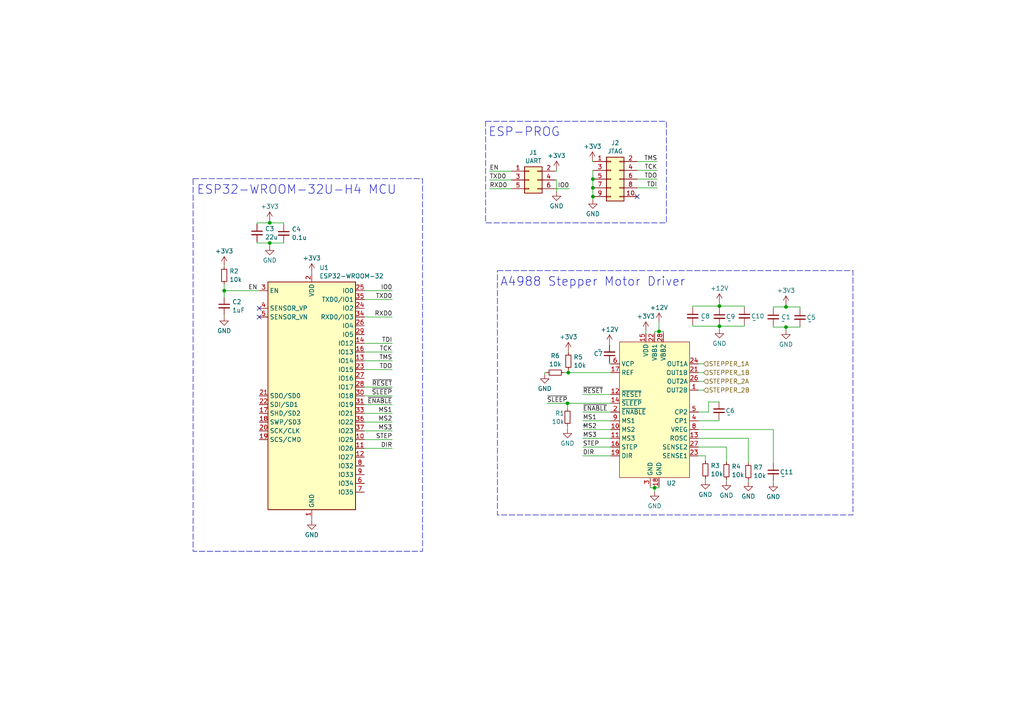
<source format=kicad_sch>
(kicad_sch (version 20230121) (generator eeschema)
  (paper "A4")
  (lib_symbols
    (symbol "Connector_Generic:Conn_02x03_Odd_Even" (pin_names (offset 1.016) hide)
      (property "Reference" "J" (at 1.27 5.08 0))
      (property "Value" "Conn_02x03_Odd_Even" (at 1.27 -5.08 0))
      (symbol "Conn_02x03_Odd_Even_1_1"
        (rectangle (start -1.27 -2.413) (end 0 -2.667) (stroke (width 0.1524)))
        (rectangle (start -1.27 0.127) (end 0 -0.127) (stroke (width 0.1524)))
        (rectangle (start -1.27 2.667) (end 0 2.413) (stroke (width 0.1524)))
        (rectangle (start -1.27 3.81) (end 3.81 -3.81) (stroke (width 0.254)) (fill (type background)))
        (rectangle (start 3.81 -2.413) (end 2.54 -2.667) (stroke (width 0.1524)))
        (rectangle (start 3.81 0.127) (end 2.54 -0.127) (stroke (width 0.1524)))
        (rectangle (start 3.81 2.667) (end 2.54 2.413) (stroke (width 0.1524)))
        (pin passive line (at -5.08 2.54 0) (length 3.81) (name "Pin_1") (number "1"))
        (pin passive line (at 7.62 2.54 180) (length 3.81) (name "Pin_2") (number "2"))
        (pin passive line (at -5.08 0 0) (length 3.81) (name "Pin_3") (number "3"))
        (pin passive line (at 7.62 0 180) (length 3.81) (name "Pin_4") (number "4"))
        (pin passive line (at -5.08 -2.54 0) (length 3.81) (name "Pin_5") (number "5"))
        (pin passive line (at 7.62 -2.54 180) (length 3.81) (name "Pin_6") (number "6"))
      )
    )
    (symbol "Connector_Generic:Conn_02x05_Odd_Even" (pin_names (offset 1.016) hide)
      (property "Reference" "J" (at 1.27 7.62 0))
      (property "Value" "Conn_02x05_Odd_Even" (at 1.27 -7.62 0))
      (symbol "Conn_02x05_Odd_Even_1_1"
        (rectangle (start -1.27 -4.953) (end 0 -5.207) (stroke (width 0.1524)))
        (rectangle (start -1.27 -2.413) (end 0 -2.667) (stroke (width 0.1524)))
        (rectangle (start -1.27 0.127) (end 0 -0.127) (stroke (width 0.1524)))
        (rectangle (start -1.27 2.667) (end 0 2.413) (stroke (width 0.1524)))
        (rectangle (start -1.27 5.207) (end 0 4.953) (stroke (width 0.1524)))
        (rectangle (start -1.27 6.35) (end 3.81 -6.35) (stroke (width 0.254)) (fill (type background)))
        (rectangle (start 3.81 -4.953) (end 2.54 -5.207) (stroke (width 0.1524)))
        (rectangle (start 3.81 -2.413) (end 2.54 -2.667) (stroke (width 0.1524)))
        (rectangle (start 3.81 0.127) (end 2.54 -0.127) (stroke (width 0.1524)))
        (rectangle (start 3.81 2.667) (end 2.54 2.413) (stroke (width 0.1524)))
        (rectangle (start 3.81 5.207) (end 2.54 4.953) (stroke (width 0.1524)))
        (pin passive line (at -5.08 5.08 0) (length 3.81) (name "Pin_1") (number "1"))
        (pin passive line (at 7.62 -5.08 180) (length 3.81) (name "Pin_10") (number "10"))
        (pin passive line (at 7.62 5.08 180) (length 3.81) (name "Pin_2") (number "2"))
        (pin passive line (at -5.08 2.54 0) (length 3.81) (name "Pin_3") (number "3"))
        (pin passive line (at 7.62 2.54 180) (length 3.81) (name "Pin_4") (number "4"))
        (pin passive line (at -5.08 0 0) (length 3.81) (name "Pin_5") (number "5"))
        (pin passive line (at 7.62 0 180) (length 3.81) (name "Pin_6") (number "6"))
        (pin passive line (at -5.08 -2.54 0) (length 3.81) (name "Pin_7") (number "7"))
        (pin passive line (at 7.62 -2.54 180) (length 3.81) (name "Pin_8") (number "8"))
        (pin passive line (at -5.08 -5.08 0) (length 3.81) (name "Pin_9") (number "9"))
      )
    )
    (symbol "Device:C_Small" (pin_numbers hide) (pin_names (offset 0.254) hide)
      (property "Reference" "C" (at 0.254 1.778 0))
      (property "Value" "C_Small" (at 0.254 -2.032 0))
      (symbol "C_Small_0_1"
        (polyline (pts (xy -1.524 -0.508) (xy 1.524 -0.508)) (stroke (width 0.3302)))
        (polyline (pts (xy -1.524 0.508) (xy 1.524 0.508)) (stroke (width 0.3048)))
      )
      (symbol "C_Small_1_1"
        (pin passive line (at 0 2.54 270) (length 2.032) (name "~") (number "1"))
        (pin passive line (at 0 -2.54 90) (length 2.032) (name "~") (number "2"))
      )
    )
    (symbol "Device:R_Small" (pin_numbers hide) (pin_names (offset 0.254) hide)
      (property "Reference" "R" (at 0.762 0.508 0))
      (property "Value" "R_Small" (at 0.762 -1.016 0))
      (symbol "R_Small_0_1"
        (rectangle (start -0.762 1.778) (end 0.762 -1.778) (stroke (width 0.2032)))
      )
      (symbol "R_Small_1_1"
        (pin passive line (at 0 2.54 270) (length 0.762) (name "~") (number "1"))
        (pin passive line (at 0 -2.54 90) (length 0.762) (name "~") (number "2"))
      )
    )
    (symbol "RF_Module:ESP32-WROOM-32"
      (property "Reference" "U" (at -12.7 34.29 0))
      (property "Value" "ESP32-WROOM-32" (at 1.27 34.29 0))
      (symbol "ESP32-WROOM-32_0_1"
        (rectangle (start -12.7 33.02) (end 12.7 -33.02) (stroke (width 0.254)) (fill (type background)))
      )
      (symbol "ESP32-WROOM-32_1_1"
        (pin power_in line (at 0 -35.56 90) (length 2.54) (name "GND") (number "1"))
        (pin bidirectional line (at 15.24 -12.7 180) (length 2.54) (name "IO25") (number "10"))
        (pin bidirectional line (at 15.24 -15.24 180) (length 2.54) (name "IO26") (number "11"))
        (pin bidirectional line (at 15.24 -17.78 180) (length 2.54) (name "IO27") (number "12"))
        (pin bidirectional line (at 15.24 10.16 180) (length 2.54) (name "IO14") (number "13"))
        (pin bidirectional line (at 15.24 15.24 180) (length 2.54) (name "IO12") (number "14"))
        (pin passive line (at 0 -35.56 90) (length 2.54) hide (name "GND") (number "15"))
        (pin bidirectional line (at 15.24 12.7 180) (length 2.54) (name "IO13") (number "16"))
        (pin bidirectional line (at -15.24 -5.08 0) (length 2.54) (name "SHD/SD2") (number "17"))
        (pin bidirectional line (at -15.24 -7.62 0) (length 2.54) (name "SWP/SD3") (number "18"))
        (pin bidirectional line (at -15.24 -12.7 0) (length 2.54) (name "SCS/CMD") (number "19"))
        (pin power_in line (at 0 35.56 270) (length 2.54) (name "VDD") (number "2"))
        (pin bidirectional line (at -15.24 -10.16 0) (length 2.54) (name "SCK/CLK") (number "20"))
        (pin bidirectional line (at -15.24 0 0) (length 2.54) (name "SDO/SD0") (number "21"))
        (pin bidirectional line (at -15.24 -2.54 0) (length 2.54) (name "SDI/SD1") (number "22"))
        (pin bidirectional line (at 15.24 7.62 180) (length 2.54) (name "IO15") (number "23"))
        (pin bidirectional line (at 15.24 25.4 180) (length 2.54) (name "IO2") (number "24"))
        (pin bidirectional line (at 15.24 30.48 180) (length 2.54) (name "IO0") (number "25"))
        (pin bidirectional line (at 15.24 20.32 180) (length 2.54) (name "IO4") (number "26"))
        (pin bidirectional line (at 15.24 5.08 180) (length 2.54) (name "IO16") (number "27"))
        (pin bidirectional line (at 15.24 2.54 180) (length 2.54) (name "IO17") (number "28"))
        (pin bidirectional line (at 15.24 17.78 180) (length 2.54) (name "IO5") (number "29"))
        (pin input line (at -15.24 30.48 0) (length 2.54) (name "EN") (number "3"))
        (pin bidirectional line (at 15.24 0 180) (length 2.54) (name "IO18") (number "30"))
        (pin bidirectional line (at 15.24 -2.54 180) (length 2.54) (name "IO19") (number "31"))
        (pin no_connect line (at -12.7 -27.94 0) (length 2.54) hide (name "NC") (number "32"))
        (pin bidirectional line (at 15.24 -5.08 180) (length 2.54) (name "IO21") (number "33"))
        (pin bidirectional line (at 15.24 22.86 180) (length 2.54) (name "RXD0/IO3") (number "34"))
        (pin bidirectional line (at 15.24 27.94 180) (length 2.54) (name "TXD0/IO1") (number "35"))
        (pin bidirectional line (at 15.24 -7.62 180) (length 2.54) (name "IO22") (number "36"))
        (pin bidirectional line (at 15.24 -10.16 180) (length 2.54) (name "IO23") (number "37"))
        (pin passive line (at 0 -35.56 90) (length 2.54) hide (name "GND") (number "38"))
        (pin passive line (at 0 -35.56 90) (length 2.54) hide (name "GND") (number "39"))
        (pin input line (at -15.24 25.4 0) (length 2.54) (name "SENSOR_VP") (number "4"))
        (pin input line (at -15.24 22.86 0) (length 2.54) (name "SENSOR_VN") (number "5"))
        (pin input line (at 15.24 -25.4 180) (length 2.54) (name "IO34") (number "6"))
        (pin input line (at 15.24 -27.94 180) (length 2.54) (name "IO35") (number "7"))
        (pin bidirectional line (at 15.24 -20.32 180) (length 2.54) (name "IO32") (number "8"))
        (pin bidirectional line (at 15.24 -22.86 180) (length 2.54) (name "IO33") (number "9"))
      )
    )
    (symbol "custom:A4988"
      (property "Reference" "U" (at -1.27 1.27 0))
      (symbol "A4988_0_0"
        (pin output line (at 22.86 -13.97 180) (length 2.54) (name "OUT2B") (number "1"))
        (pin input line (at -2.54 -25.4 0) (length 2.54) (name "MS2") (number "10"))
        (pin input line (at -2.54 -27.94 0) (length 2.54) (name "MS3") (number "11"))
        (pin passive line (at 22.86 -27.94 180) (length 2.54) (name "ROSC") (number "13"))
        (pin power_in line (at 7.62 2.54 270) (length 2.54) (name "VDD") (number "15"))
        (pin input line (at -2.54 -30.48 0) (length 2.54) (name "STEP") (number "16"))
        (pin passive line (at -2.54 -8.89 0) (length 2.54) (name "REF") (number "17"))
        (pin power_in line (at 11.43 -41.91 90) (length 2.54) (name "GND") (number "18"))
        (pin input line (at -2.54 -33.02 0) (length 2.54) (name "DIR") (number "19"))
        (pin output line (at 22.86 -8.89 180) (length 2.54) (name "OUT1B") (number "21"))
        (pin power_in line (at 10.16 2.54 270) (length 2.54) (name "VBB1") (number "22"))
        (pin passive line (at 22.86 -33.02 180) (length 2.54) (name "SENSE1") (number "23"))
        (pin output line (at 22.86 -6.35 180) (length 2.54) (name "OUT1A") (number "24"))
        (pin output line (at 22.86 -11.43 180) (length 2.54) (name "OUT2A") (number "26"))
        (pin passive line (at 22.86 -30.48 180) (length 2.54) (name "SENSE2") (number "27"))
        (pin power_in line (at 12.7 2.54 270) (length 2.54) (name "VBB2") (number "28"))
        (pin power_in line (at 8.89 -41.91 90) (length 2.54) (name "GND") (number "3"))
        (pin passive line (at 22.86 -22.86 180) (length 2.54) (name "CP1") (number "4"))
        (pin passive line (at 22.86 -20.32 180) (length 2.54) (name "CP2") (number "5"))
        (pin passive line (at -2.54 -6.35 0) (length 2.54) (name "VCP") (number "6"))
        (pin passive line (at 22.86 -25.4 180) (length 2.54) (name "VREG") (number "8"))
        (pin input line (at -2.54 -22.86 0) (length 2.54) (name "MS1") (number "9"))
      )
      (symbol "A4988_1_0"
        (pin input line (at -2.54 -15.24 0) (length 2.54) (name "~{RESET}") (number "12"))
        (pin input line (at -2.54 -17.78 0) (length 2.54) (name "~{SLEEP}") (number "14"))
        (pin input line (at -2.54 -20.32 0) (length 2.54) (name "~{ENABLE}") (number "2"))
        (pin no_connect line (at 2.54 -41.91 90) (length 2.54) hide (name "NC") (number "20"))
        (pin no_connect line (at 16.51 -41.91 90) (length 2.54) hide (name "NC") (number "25"))
        (pin no_connect line (at 5.08 -41.91 90) (length 2.54) hide (name "NC") (number "7"))
      )
      (symbol "A4988_1_1"
        (rectangle (start 0 0) (end 20.32 -39.37) (fill (type background)))
      )
    )
    (symbol "power:+12V" (power) (pin_names (offset 0))
      (property "Value" "+12V" (at 0 3.556 0))
      (symbol "+12V_0_1"
        (polyline (pts (xy -0.762 1.27) (xy 0 2.54)))
        (polyline (pts (xy 0 0) (xy 0 2.54)))
        (polyline (pts (xy 0 2.54) (xy 0.762 1.27)))
      )
      (symbol "+12V_1_1"
        (pin power_in line (at 0 0 90) (length 0) hide (name "+12V") (number "1"))
      )
    )
    (symbol "power:+3V3" (power) (pin_names (offset 0))
      (property "Value" "+3V3" (at 0 3.556 0))
      (symbol "+3V3_0_1"
        (polyline (pts (xy -0.762 1.27) (xy 0 2.54)))
        (polyline (pts (xy 0 0) (xy 0 2.54)))
        (polyline (pts (xy 0 2.54) (xy 0.762 1.27)))
      )
      (symbol "+3V3_1_1"
        (pin power_in line (at 0 0 90) (length 0) hide (name "+3V3") (number "1"))
      )
    )
    (symbol "power:GND" (power) (pin_names (offset 0))
      (property "Value" "GND" (at 0 -3.81 0))
      (symbol "GND_0_1"
        (polyline (pts (xy 0 0) (xy 0 -1.27) (xy 1.27 -1.27) (xy 0 -2.54) (xy -1.27 -1.27) (xy 0 -1.27)))
      )
      (symbol "GND_1_1"
        (pin power_in line (at 0 0 270) (length 0) hide (name "GND") (number "1"))
      )
    )
  )
  (junction (at 65.024 84.328))
  (junction (at 171.958 51.943))
  (junction (at 208.661 88.773))
  (junction (at 164.846 108.077))
  (junction (at 208.661 94.615))
  (junction (at 164.592 116.967))
  (junction (at 189.865 141.478))
  (junction (at 227.965 94.869))
  (junction (at 191.135 96.139))
  (junction (at 78.232 64.643))
  (junction (at 227.965 89.027))
  (junction (at 78.232 70.485))
  (junction (at 171.958 54.483))
  (junction (at 171.958 57.023))
  (no_connect (at 75.184 91.948))
  (no_connect (at 75.184 89.408))
  (no_connect (at 184.785 57.023))
  (wire (pts (xy 227.965 94.869) (xy 227.965 95.758)))
  (wire (pts (xy 202.565 110.617) (xy 204.089 110.617)))
  (wire (pts (xy 208.534 122.047) (xy 208.534 121.666)))
  (wire (pts (xy 165.1 54.737) (xy 161.036 54.737)))
  (wire (pts (xy 171.958 57.023) (xy 172.085 57.023)))
  (wire (pts (xy 164.592 123.571) (xy 164.592 124.46)))
  (wire (pts (xy 74.549 65.024) (xy 74.549 64.643)))
  (wire (pts (xy 224.282 139.446) (xy 224.282 139.954)))
  (wire (pts (xy 90.424 78.994) (xy 90.424 79.248)))
  (wire (pts (xy 161.036 52.197) (xy 161.417 52.197)))
  (wire (pts (xy 177.165 114.427) (xy 169.037 114.427)))
  (wire (pts (xy 141.986 54.737) (xy 148.336 54.737)))
  (wire (pts (xy 164.846 108.077) (xy 164.846 107.315)))
  (wire (pts (xy 224.282 124.587) (xy 224.282 134.366)))
  (wire (pts (xy 208.661 94.615) (xy 208.661 94.361)))
  (wire (pts (xy 141.986 49.657) (xy 148.336 49.657)))
  (wire (pts (xy 192.405 96.139) (xy 192.405 96.647)))
  (wire (pts (xy 105.664 127.508) (xy 113.792 127.508)))
  (wire (pts (xy 217.043 139.319) (xy 217.043 139.827)))
  (wire (pts (xy 188.595 141.478) (xy 189.865 141.478)))
  (wire (pts (xy 90.424 150.368) (xy 90.424 151.003)))
  (wire (pts (xy 105.664 84.328) (xy 113.792 84.328)))
  (wire (pts (xy 208.534 116.586) (xy 205.486 116.586)))
  (wire (pts (xy 200.914 94.234) (xy 200.914 94.615)))
  (wire (pts (xy 184.785 49.403) (xy 190.627 49.403)))
  (wire (pts (xy 105.664 107.188) (xy 113.792 107.188)))
  (wire (pts (xy 105.664 86.868) (xy 113.792 86.868)))
  (wire (pts (xy 189.865 96.647) (xy 189.865 96.139)))
  (wire (pts (xy 189.865 96.139) (xy 191.135 96.139)))
  (wire (pts (xy 105.664 99.568) (xy 113.792 99.568)))
  (wire (pts (xy 202.565 127.127) (xy 217.043 127.127)))
  (wire (pts (xy 205.486 119.507) (xy 202.565 119.507)))
  (wire (pts (xy 191.135 96.139) (xy 192.405 96.139)))
  (wire (pts (xy 204.597 132.207) (xy 204.597 133.731)))
  (wire (pts (xy 65.024 84.328) (xy 65.024 86.233)))
  (wire (pts (xy 208.661 94.615) (xy 208.661 95.504)))
  (wire (pts (xy 188.595 141.478) (xy 188.595 141.097)))
  (wire (pts (xy 177.165 129.667) (xy 169.037 129.667)))
  (wire (pts (xy 176.784 99.695) (xy 176.784 100.076)))
  (wire (pts (xy 210.693 129.667) (xy 210.693 133.985)))
  (wire (pts (xy 157.988 108.077) (xy 158.496 108.077)))
  (wire (pts (xy 177.165 105.537) (xy 176.784 105.537)))
  (wire (pts (xy 227.965 89.027) (xy 232.029 89.027)))
  (wire (pts (xy 78.232 70.485) (xy 78.232 71.374)))
  (wire (pts (xy 189.865 141.478) (xy 189.865 142.621)))
  (wire (pts (xy 202.565 108.077) (xy 204.089 108.077)))
  (wire (pts (xy 65.024 91.313) (xy 65.024 91.821)))
  (wire (pts (xy 171.958 54.483) (xy 172.085 54.483)))
  (wire (pts (xy 65.024 82.423) (xy 65.024 84.328)))
  (wire (pts (xy 82.296 64.643) (xy 82.296 65.151)))
  (wire (pts (xy 105.664 122.428) (xy 113.792 122.428)))
  (wire (pts (xy 215.9 88.773) (xy 215.9 89.154)))
  (wire (pts (xy 65.024 84.328) (xy 75.184 84.328)))
  (wire (pts (xy 191.135 93.345) (xy 191.135 96.139)))
  (wire (pts (xy 205.486 116.586) (xy 205.486 119.507)))
  (wire (pts (xy 105.664 124.968) (xy 113.792 124.968)))
  (wire (pts (xy 158.623 116.967) (xy 164.592 116.967)))
  (wire (pts (xy 171.958 51.943) (xy 172.085 51.943)))
  (wire (pts (xy 171.831 46.609) (xy 171.831 46.863)))
  (wire (pts (xy 208.661 88.773) (xy 208.661 89.281)))
  (wire (pts (xy 141.986 52.197) (xy 148.336 52.197)))
  (wire (pts (xy 189.865 141.478) (xy 191.135 141.478)))
  (wire (pts (xy 177.165 124.587) (xy 169.037 124.587)))
  (wire (pts (xy 171.958 57.023) (xy 171.958 57.912)))
  (wire (pts (xy 190.627 46.863) (xy 184.785 46.863)))
  (wire (pts (xy 232.029 94.869) (xy 232.029 94.615)))
  (wire (pts (xy 105.664 130.048) (xy 113.792 130.048)))
  (wire (pts (xy 204.597 138.811) (xy 204.597 139.319)))
  (wire (pts (xy 208.661 87.757) (xy 208.661 88.773)))
  (wire (pts (xy 177.165 132.207) (xy 169.037 132.207)))
  (wire (pts (xy 200.914 94.615) (xy 208.661 94.615)))
  (wire (pts (xy 210.693 139.065) (xy 210.693 139.573)))
  (wire (pts (xy 105.664 91.948) (xy 113.792 91.948)))
  (wire (pts (xy 78.232 64.643) (xy 82.296 64.643)))
  (wire (pts (xy 164.592 116.967) (xy 164.592 118.491)))
  (wire (pts (xy 227.965 94.869) (xy 232.029 94.869)))
  (wire (pts (xy 232.029 89.027) (xy 232.029 89.535)))
  (wire (pts (xy 202.565 124.587) (xy 224.282 124.587)))
  (wire (pts (xy 202.565 122.047) (xy 208.534 122.047)))
  (wire (pts (xy 74.549 70.104) (xy 74.549 70.485)))
  (wire (pts (xy 172.085 49.403) (xy 171.958 49.403)))
  (wire (pts (xy 202.565 113.157) (xy 204.089 113.157)))
  (wire (pts (xy 171.958 54.483) (xy 171.958 57.023)))
  (wire (pts (xy 163.576 108.077) (xy 164.846 108.077)))
  (wire (pts (xy 164.846 101.854) (xy 164.846 102.235)))
  (wire (pts (xy 224.282 89.027) (xy 227.965 89.027)))
  (wire (pts (xy 74.549 70.485) (xy 78.232 70.485)))
  (wire (pts (xy 224.282 89.408) (xy 224.282 89.027)))
  (wire (pts (xy 200.914 88.773) (xy 208.661 88.773)))
  (wire (pts (xy 202.565 105.537) (xy 204.089 105.537)))
  (wire (pts (xy 105.664 112.268) (xy 113.792 112.268)))
  (wire (pts (xy 224.282 94.488) (xy 224.282 94.869)))
  (wire (pts (xy 78.232 64.008) (xy 78.232 64.643)))
  (wire (pts (xy 74.549 64.643) (xy 78.232 64.643)))
  (wire (pts (xy 105.664 114.808) (xy 113.792 114.808)))
  (wire (pts (xy 176.784 105.537) (xy 176.784 105.156)))
  (wire (pts (xy 217.043 127.127) (xy 217.043 134.239)))
  (wire (pts (xy 184.785 54.483) (xy 190.627 54.483)))
  (wire (pts (xy 105.664 119.888) (xy 113.792 119.888)))
  (wire (pts (xy 177.165 116.967) (xy 164.592 116.967)))
  (wire (pts (xy 171.958 49.403) (xy 171.958 51.943)))
  (wire (pts (xy 224.282 94.869) (xy 227.965 94.869)))
  (wire (pts (xy 161.417 49.657) (xy 161.417 49.276)))
  (wire (pts (xy 215.9 94.615) (xy 208.661 94.615)))
  (wire (pts (xy 177.165 127.127) (xy 169.037 127.127)))
  (wire (pts (xy 171.831 46.863) (xy 172.085 46.863)))
  (wire (pts (xy 65.024 76.962) (xy 65.024 77.343)))
  (wire (pts (xy 191.135 141.478) (xy 191.135 141.097)))
  (wire (pts (xy 177.165 108.077) (xy 164.846 108.077)))
  (wire (pts (xy 161.417 52.197) (xy 161.417 55.626)))
  (wire (pts (xy 215.9 94.234) (xy 215.9 94.615)))
  (wire (pts (xy 177.165 122.047) (xy 169.037 122.047)))
  (wire (pts (xy 169.037 119.507) (xy 177.165 119.507)))
  (wire (pts (xy 208.661 88.773) (xy 215.9 88.773)))
  (wire (pts (xy 113.792 104.648) (xy 105.664 104.648)))
  (wire (pts (xy 78.232 70.485) (xy 82.296 70.485)))
  (wire (pts (xy 210.693 129.667) (xy 202.565 129.667)))
  (wire (pts (xy 227.965 88.392) (xy 227.965 89.027)))
  (wire (pts (xy 105.664 102.108) (xy 113.792 102.108)))
  (wire (pts (xy 202.565 132.207) (xy 204.597 132.207)))
  (wire (pts (xy 82.296 70.485) (xy 82.296 70.231)))
  (wire (pts (xy 200.914 89.154) (xy 200.914 88.773)))
  (wire (pts (xy 113.792 117.348) (xy 105.664 117.348)))
  (wire (pts (xy 187.325 95.885) (xy 187.325 96.647)))
  (wire (pts (xy 184.785 51.943) (xy 190.627 51.943)))
  (wire (pts (xy 161.036 49.657) (xy 161.417 49.657)))
  (wire (pts (xy 171.958 51.943) (xy 171.958 54.483)))
  (wire (pts (xy 157.988 108.585) (xy 157.988 108.077)))
  (rectangle (start 56.007 51.816) (end 122.555 159.893) (stroke (width 0) (type dash)))
  (rectangle (start 140.843 35.179) (end 193.294 64.643) (stroke (width 0) (type dash)))
  (rectangle (start 144.272 78.486) (end 247.396 149.352) (stroke (width 0) (type dash)))
  (text "ESP-PROG" (at 141.605 39.878 0) (effects (font (size 2.54 2.54)) (justify left bottom)))
  (text "A4988 Stepper Motor Driver" (at 145.034 83.312 0) (effects (font (size 2.54 2.54)) (justify left bottom)))
  (text "ESP32-WROOM-32U-H4 MCU" (at 57.023 56.642 0) (effects (font (size 2.54 2.54)) (justify left bottom)))
  (label "RXD0" (at 141.986 54.737 0))
  (label "TMS" (at 113.792 104.648 180))
  (label "~{ENABLE}" (at 169.037 119.507 0))
  (label "DIR" (at 113.792 130.048 180))
  (label "MS1" (at 169.037 122.047 0))
  (label "IO0" (at 165.1 54.737 180))
  (label "TMS" (at 190.627 46.863 180))
  (label "~{RESET}" (at 169.037 114.427 0))
  (label "MS3" (at 169.037 127.127 0))
  (label "~{RESET}" (at 113.792 112.268 180))
  (label "MS2" (at 169.037 124.587 0))
  (label "EN" (at 141.986 49.657 0))
  (label "TDO" (at 113.792 107.188 180))
  (label "~{SLEEP}" (at 113.792 114.808 180))
  (label "TCK" (at 113.792 102.108 180))
  (label "TDI" (at 113.792 99.568 180))
  (label "TDI" (at 190.627 54.483 180))
  (label "~{ENABLE}" (at 113.792 117.348 180))
  (label "MS2" (at 113.792 122.428 180))
  (label "MS1" (at 113.792 119.888 180))
  (label "MS3" (at 113.792 124.968 180))
  (label "~{SLEEP}" (at 158.623 116.967 0))
  (label "STEP" (at 113.792 127.508 180))
  (label "TCK" (at 190.627 49.403 180))
  (label "TXD0" (at 113.792 86.868 180))
  (label "RXD0" (at 113.792 91.948 180))
  (label "IO0" (at 113.792 84.328 180))
  (label "EN" (at 74.676 84.328 180))
  (label "STEP" (at 169.037 129.667 0))
  (label "TXD0" (at 141.986 52.197 0))
  (label "TDO" (at 190.627 51.943 180))
  (label "DIR" (at 169.037 132.207 0))
  (hierarchical_label "STEPPER_2B" (shape input) (at 204.089 113.157 0))
  (hierarchical_label "STEPPER_1A" (shape input) (at 204.089 105.537 0))
  (hierarchical_label "STEPPER_1B" (shape input) (at 204.089 108.077 0))
  (hierarchical_label "STEPPER_2A" (shape input) (at 204.089 110.617 0))
  (symbol (lib_id "power:GND") (at 164.592 124.46 0) (unit 1)
    (property "Reference" "#PWR019" (effects hide))
    (property "Value" "GND" (at 164.592 128.5931 0))
  )
  (symbol (lib_id "power:GND") (at 204.597 139.319 0) (unit 1)
    (property "Reference" "#PWR020" (effects hide))
    (property "Value" "GND" (at 204.597 143.4521 0))
  )
  (symbol (lib_id "power:+3V3") (at 161.417 49.276 0) (unit 1)
    (property "Reference" "#PWR02" (effects hide))
    (property "Value" "+3V3" (at 161.417 45.1429 0))
  )
  (symbol (lib_id "power:GND") (at 210.693 139.573 0) (unit 1)
    (property "Reference" "#PWR021" (effects hide))
    (property "Value" "GND" (at 210.693 143.7061 0))
  )
  (symbol (lib_id "Device:R_Small") (at 217.043 136.779 0) (unit 1)
    (property "Reference" "R7" (at 218.5416 135.5669 0) (effects (justify left)))
    (property "Value" "10k" (at 218.5416 137.9911 0) (effects (justify left)))
  )
  (symbol (lib_id "power:+12V") (at 176.784 99.695 0) (unit 1)
    (property "Reference" "#PWR016" (effects hide))
    (property "Value" "+12V" (at 176.784 95.5619 0))
  )
  (symbol (lib_id "Connector_Generic:Conn_02x05_Odd_Even") (at 177.165 51.943 0) (unit 1)
    (property "Reference" "J2" (at 178.435 41.4487 0))
    (property "Value" "JTAG" (at 178.435 43.8729 0))
  )
  (symbol (lib_id "power:+3V3") (at 171.831 46.609 0) (unit 1)
    (property "Reference" "#PWR010" (effects hide))
    (property "Value" "+3V3" (at 171.831 42.4759 0))
  )
  (symbol (lib_id "power:+12V") (at 208.661 87.757 0) (unit 1)
    (property "Reference" "#PWR017" (effects hide))
    (property "Value" "+12V" (at 208.661 83.6239 0))
  )
  (symbol (lib_id "Device:C_Small") (at 74.549 67.564 0) (unit 1)
    (property "Reference" "C3" (at 76.8731 66.3582 0) (effects (justify left)))
    (property "Value" "22u" (at 76.8731 68.7824 0) (effects (justify left)))
  )
  (symbol (lib_id "Device:R_Small") (at 65.024 79.883 0) (unit 1)
    (property "Reference" "R2" (at 66.5226 78.6709 0) (effects (justify left)))
    (property "Value" "10k" (at 66.5226 81.0951 0) (effects (justify left)))
  )
  (symbol (lib_id "power:+3V3") (at 65.024 76.962 0) (unit 1)
    (property "Reference" "#PWR06" (effects hide))
    (property "Value" "+3V3" (at 65.024 72.8289 0))
  )
  (symbol (lib_id "power:GND") (at 171.958 57.912 0) (unit 1)
    (property "Reference" "#PWR011" (effects hide))
    (property "Value" "GND" (at 171.958 62.0451 0))
  )
  (symbol (lib_id "Device:R_Small") (at 164.592 121.031 0) (unit 1)
    (property "Reference" "R1" (at 163.703 119.888 0) (effects (justify right)))
    (property "Value" "10k" (at 163.703 122.3122 0) (effects (justify right)))
  )
  (symbol (lib_id "power:GND") (at 224.282 139.954 0) (unit 1)
    (property "Reference" "#PWR025" (effects hide))
    (property "Value" "GND" (at 224.282 144.0871 0))
  )
  (symbol (lib_id "power:GND") (at 208.661 95.504 0) (unit 1)
    (property "Reference" "#PWR018" (effects hide))
    (property "Value" "GND" (at 208.661 99.6371 0))
  )
  (symbol (lib_id "power:GND") (at 161.417 55.626 0) (unit 1)
    (property "Reference" "#PWR03" (effects hide))
    (property "Value" "GND" (at 161.417 59.7591 0))
  )
  (symbol (lib_id "power:+12V") (at 191.135 93.345 0) (unit 1)
    (property "Reference" "#PWR012" (effects hide))
    (property "Value" "+12V" (at 191.135 89.2119 0))
  )
  (symbol (lib_id "Device:C_Small") (at 224.282 136.906 0) (unit 1)
    (property "Reference" "C11" (at 226.187 136.906 0) (effects (justify left)))
    (property "Value" "~" (at 226.6061 138.1244 0) (effects (justify left)))
  )
  (symbol (lib_id "power:GND") (at 157.988 108.585 0) (unit 1)
    (property "Reference" "#PWR022" (effects hide))
    (property "Value" "GND" (at 157.988 112.7181 0))
  )
  (symbol (lib_id "Device:C_Small") (at 208.661 91.821 0) (unit 1)
    (property "Reference" "C9" (at 210.566 91.821 0) (effects (justify left)))
    (property "Value" "~" (at 210.9851 93.0394 0) (effects (justify left)))
  )
  (symbol (lib_id "Device:C_Small") (at 208.534 119.126 0) (unit 1)
    (property "Reference" "C6" (at 210.439 119.126 0) (effects (justify left)))
    (property "Value" "~" (at 210.8581 120.3444 0) (effects (justify left)))
  )
  (symbol (lib_id "RF_Module:ESP32-WROOM-32") (at 90.424 114.808 0) (unit 1)
    (property "Reference" "U1" (at 92.6181 77.6437 0) (effects (justify left)))
    (property "Value" "ESP32-WROOM-32" (at 92.6181 80.0679 0) (effects (justify left)))
    (property "Footprint" "RF_Module:ESP32-WROOM-32" (effects hide))
    (property "Datasheet" "https://www.espressif.com/sites/default/files/documentation/esp32-wroom-32_datasheet_en.pdf" (effects hide))
  )
  (symbol (lib_id "Device:R_Small") (at 204.597 136.271 0) (unit 1)
    (property "Reference" "R3" (at 206.0956 135.0589 0) (effects (justify left)))
    (property "Value" "10k" (at 206.0956 137.4831 0) (effects (justify left)))
  )
  (symbol (lib_id "Device:C_Small") (at 82.296 67.691 0) (unit 1)
    (property "Reference" "C4" (at 84.6201 66.4852 0) (effects (justify left)))
    (property "Value" "0.1u" (at 84.6201 68.9094 0) (effects (justify left)))
  )
  (symbol (lib_id "power:+3V3") (at 90.424 78.994 0) (unit 1)
    (property "Reference" "#PWR08" (effects hide))
    (property "Value" "+3V3" (at 90.424 74.8609 0))
  )
  (symbol (lib_id "power:+3V3") (at 227.965 88.392 0) (unit 1)
    (property "Reference" "#PWR014" (effects hide))
    (property "Value" "+3V3" (at 227.965 84.2589 0))
  )
  (symbol (lib_id "Device:C_Small") (at 65.024 88.773 0) (unit 1)
    (property "Reference" "C2" (at 67.3481 87.5672 0) (effects (justify left)))
    (property "Value" "1uF" (at 67.3481 89.9914 0) (effects (justify left)))
  )
  (symbol (lib_id "Device:C_Small") (at 200.914 91.694 0) (unit 1)
    (property "Reference" "C8" (at 203.2381 91.7003 0) (effects (justify left)))
    (property "Value" "~" (at 203.2381 92.9124 0) (effects (justify left)))
  )
  (symbol (lib_id "power:GND") (at 217.043 139.827 0) (unit 1)
    (property "Reference" "#PWR024" (effects hide))
    (property "Value" "GND" (at 217.043 143.9601 0))
  )
  (symbol (lib_id "power:GND") (at 78.232 71.374 0) (unit 1)
    (property "Reference" "#PWR09" (effects hide))
    (property "Value" "GND" (at 78.232 75.5071 0))
  )
  (symbol (lib_id "power:+3V3") (at 78.232 64.008 0) (unit 1)
    (property "Reference" "#PWR07" (effects hide))
    (property "Value" "+3V3" (at 78.232 59.8749 0))
  )
  (symbol (lib_id "Device:R_Small") (at 210.693 136.525 0) (unit 1)
    (property "Reference" "R4" (at 212.1916 135.3129 0) (effects (justify left)))
    (property "Value" "10k" (at 212.1916 137.7371 0) (effects (justify left)))
  )
  (symbol (lib_id "power:GND") (at 189.865 142.621 0) (unit 1)
    (property "Reference" "#PWR013" (effects hide))
    (property "Value" "GND" (at 189.865 146.7541 0))
  )
  (symbol (lib_id "power:GND") (at 90.424 151.003 0) (unit 1)
    (property "Reference" "#PWR01" (effects hide))
    (property "Value" "GND" (at 90.424 155.1361 0))
  )
  (symbol (lib_id "power:+3V3") (at 187.325 95.885 0) (unit 1)
    (property "Reference" "#PWR04" (effects hide))
    (property "Value" "+3V3" (at 187.325 91.7519 0))
  )
  (symbol (lib_id "Device:R_Small") (at 161.036 108.077 90) (unit 1)
    (property "Reference" "R6" (at 161.036 103.1961 90))
    (property "Value" "10k" (at 161.036 105.6203 90))
  )
  (symbol (lib_id "Device:C_Small") (at 176.784 102.616 180) (unit 1)
    (property "Reference" "C7" (at 174.879 102.616 0) (effects (justify left)))
    (property "Value" "~" (at 174.4599 101.3976 0) (effects (justify left)))
  )
  (symbol (lib_id "Connector_Generic:Conn_02x03_Odd_Even") (at 153.416 52.197 0) (unit 1)
    (property "Reference" "J1" (at 154.686 44.2427 0))
    (property "Value" "UART" (at 154.686 46.6669 0))
  )
  (symbol (lib_id "Device:C_Small") (at 215.9 91.694 0) (unit 1)
    (property "Reference" "C10" (at 217.805 91.694 0) (effects (justify left)))
    (property "Value" "~" (at 218.2241 92.9124 0) (effects (justify left)))
  )
  (symbol (lib_id "Device:R_Small") (at 164.846 104.775 0) (unit 1)
    (property "Reference" "R5" (at 166.3446 103.5629 0) (effects (justify left)))
    (property "Value" "10k" (at 166.3446 105.9871 0) (effects (justify left)))
  )
  (symbol (lib_id "power:GND") (at 65.024 91.821 0) (unit 1)
    (property "Reference" "#PWR05" (effects hide))
    (property "Value" "GND" (at 65.024 95.9541 0))
  )
  (symbol (lib_id "Device:C_Small") (at 224.282 91.948 0) (unit 1)
    (property "Reference" "C1" (at 226.6061 91.9543 0) (effects (justify left)))
    (property "Value" "~" (at 226.6061 93.1664 0) (effects (justify left)))
  )
  (symbol (lib_id "custom:A4988") (at 179.705 99.187 0) (unit 1)
    (property "Reference" "U2" (at 193.3291 140.1501 0) (effects (justify left)))
    (property "Value" "~" (at 169.545 123.317 0))
    (property "Footprint" "Package_DFN_QFN:QFN-28-1EP_5x5mm_P0.5mm_EP3.1x3.1mm_ThermalVias" (effects hide))
  )
  (symbol (lib_id "Device:C_Small") (at 232.029 92.075 0) (unit 1)
    (property "Reference" "C5" (at 233.934 92.075 0) (effects (justify left)))
    (property "Value" "~" (at 234.3531 93.2934 0) (effects (justify left)))
  )
  (symbol (lib_id "power:GND") (at 227.965 95.758 0) (unit 1)
    (property "Reference" "#PWR015" (effects hide))
    (property "Value" "GND" (at 227.965 99.8911 0))
  )
  (symbol (lib_id "power:+3V3") (at 164.846 101.854 0) (unit 1)
    (property "Reference" "#PWR023" (effects hide))
    (property "Value" "+3V3" (at 164.846 97.7209 0))
  )
)
</source>
